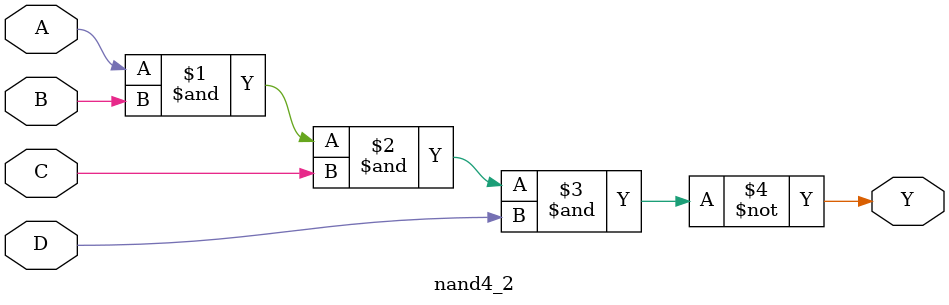
<source format=sv>
module nand4_2 (input wire A, input wire B, input wire C, input wire D, output wire Y);
    // This is a 4-input NAND gate
    assign Y = ~(A & B & C & D);  // Negated AND of all four inputs
endmodule
</source>
